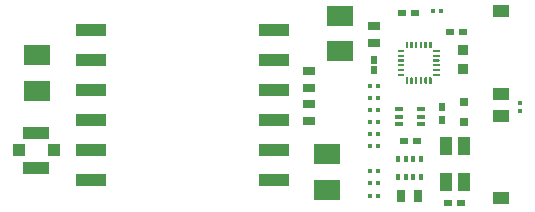
<source format=gbr>
G04 #@! TF.GenerationSoftware,KiCad,Pcbnew,(5.1.4)-1*
G04 #@! TF.CreationDate,2019-11-17T19:28:04+01:00*
G04 #@! TF.ProjectId,Open_Telemetry_digitalSensorShield,4f70656e-5f54-4656-9c65-6d657472795f,P1A - Prototype manuf.*
G04 #@! TF.SameCoordinates,Original*
G04 #@! TF.FileFunction,Paste,Top*
G04 #@! TF.FilePolarity,Positive*
%FSLAX46Y46*%
G04 Gerber Fmt 4.6, Leading zero omitted, Abs format (unit mm)*
G04 Created by KiCad (PCBNEW (5.1.4)-1) date 2019-11-17 19:28:04*
%MOMM*%
%LPD*%
G04 APERTURE LIST*
%ADD10R,1.400000X1.000000*%
%ADD11R,0.440000X0.420000*%
%ADD12R,0.350000X0.500000*%
%ADD13R,1.000000X1.000000*%
%ADD14R,2.200000X1.050000*%
%ADD15R,2.500000X1.000000*%
%ADD16R,0.750000X0.600000*%
%ADD17R,0.420000X0.440000*%
%ADD18R,0.600000X0.750000*%
%ADD19R,0.620000X0.650000*%
%ADD20R,2.250000X1.700000*%
%ADD21R,0.950000X0.850000*%
%ADD22R,0.800000X0.800000*%
%ADD23R,0.650000X0.400000*%
%ADD24C,0.100000*%
%ADD25C,0.200000*%
%ADD26R,0.780000X0.980000*%
%ADD27R,0.980000X0.780000*%
%ADD28R,1.100000X1.500000*%
G04 APERTURE END LIST*
D10*
X256214880Y-151269580D03*
X256214880Y-144269580D03*
X256214880Y-142407520D03*
X256214880Y-135407520D03*
D11*
X245840000Y-141800000D03*
X245160000Y-141800000D03*
D12*
X247525000Y-149500000D03*
X248175000Y-147900000D03*
X248825000Y-147900000D03*
X249475000Y-147900000D03*
X248175000Y-149500000D03*
X248825000Y-149500000D03*
X249475000Y-149500000D03*
X247525000Y-147900000D03*
D13*
X218416000Y-147218000D03*
X215416000Y-147218000D03*
D14*
X216916000Y-145743000D03*
X216916000Y-148693000D03*
D15*
X237039000Y-149758000D03*
X237039000Y-147218000D03*
X237039000Y-144678000D03*
X237039000Y-142138000D03*
X237039000Y-139598000D03*
X237039000Y-137058000D03*
X221539000Y-137058000D03*
X221539000Y-139598000D03*
X221539000Y-142138000D03*
X221539000Y-144678000D03*
X221539000Y-147218000D03*
X221539000Y-149758000D03*
D16*
X247870000Y-135560000D03*
X248970000Y-135560000D03*
X248047420Y-146390360D03*
X249147420Y-146390360D03*
D11*
X245840000Y-151050000D03*
X245160000Y-151050000D03*
D17*
X257840000Y-143870000D03*
X257840000Y-143190000D03*
D16*
X251770000Y-151700000D03*
X252870000Y-151700000D03*
D18*
X251250000Y-143550000D03*
X251250000Y-144650000D03*
D11*
X250490000Y-135370000D03*
X251170000Y-135370000D03*
X245160000Y-145800000D03*
X245840000Y-145800000D03*
X245160000Y-146800000D03*
X245840000Y-146800000D03*
X245160000Y-144800000D03*
X245840000Y-144800000D03*
X245160000Y-143800000D03*
X245840000Y-143800000D03*
X245160000Y-150000000D03*
X245840000Y-150000000D03*
D19*
X245500000Y-139560000D03*
X245500000Y-140440000D03*
D20*
X241500000Y-150530000D03*
X241500000Y-147530000D03*
X242600000Y-135800000D03*
X242600000Y-138800000D03*
X216967000Y-142165000D03*
X216967000Y-139165000D03*
D21*
X253060000Y-138748000D03*
X253060000Y-140348000D03*
D22*
X253086000Y-144767000D03*
X253086000Y-143117000D03*
D23*
X247580000Y-143710000D03*
X247580000Y-145010000D03*
X249480000Y-144360000D03*
X247580000Y-144360000D03*
X249480000Y-145010000D03*
X249480000Y-143710000D03*
D11*
X245840000Y-148950000D03*
X245160000Y-148950000D03*
X245160000Y-142800000D03*
X245840000Y-142800000D03*
D24*
G36*
X251005901Y-138702241D02*
G01*
X251010755Y-138702961D01*
X251015514Y-138704153D01*
X251020134Y-138705806D01*
X251024570Y-138707904D01*
X251028779Y-138710427D01*
X251032720Y-138713349D01*
X251036355Y-138716645D01*
X251039651Y-138720280D01*
X251042573Y-138724221D01*
X251045096Y-138728430D01*
X251047194Y-138732866D01*
X251048847Y-138737486D01*
X251050039Y-138742245D01*
X251050759Y-138747099D01*
X251051000Y-138752000D01*
X251051000Y-138852000D01*
X251050759Y-138856901D01*
X251050039Y-138861755D01*
X251048847Y-138866514D01*
X251047194Y-138871134D01*
X251045096Y-138875570D01*
X251042573Y-138879779D01*
X251039651Y-138883720D01*
X251036355Y-138887355D01*
X251032720Y-138890651D01*
X251028779Y-138893573D01*
X251024570Y-138896096D01*
X251020134Y-138898194D01*
X251015514Y-138899847D01*
X251010755Y-138901039D01*
X251005901Y-138901759D01*
X251001000Y-138902000D01*
X250551000Y-138902000D01*
X250546099Y-138901759D01*
X250541245Y-138901039D01*
X250536486Y-138899847D01*
X250531866Y-138898194D01*
X250527430Y-138896096D01*
X250523221Y-138893573D01*
X250519280Y-138890651D01*
X250515645Y-138887355D01*
X250512349Y-138883720D01*
X250509427Y-138879779D01*
X250506904Y-138875570D01*
X250504806Y-138871134D01*
X250503153Y-138866514D01*
X250501961Y-138861755D01*
X250501241Y-138856901D01*
X250501000Y-138852000D01*
X250501000Y-138752000D01*
X250501241Y-138747099D01*
X250501961Y-138742245D01*
X250503153Y-138737486D01*
X250504806Y-138732866D01*
X250506904Y-138728430D01*
X250509427Y-138724221D01*
X250512349Y-138720280D01*
X250515645Y-138716645D01*
X250519280Y-138713349D01*
X250523221Y-138710427D01*
X250527430Y-138707904D01*
X250531866Y-138705806D01*
X250536486Y-138704153D01*
X250541245Y-138702961D01*
X250546099Y-138702241D01*
X250551000Y-138702000D01*
X251001000Y-138702000D01*
X251005901Y-138702241D01*
X251005901Y-138702241D01*
G37*
D25*
X250776000Y-138802000D03*
D24*
G36*
X251005901Y-139102241D02*
G01*
X251010755Y-139102961D01*
X251015514Y-139104153D01*
X251020134Y-139105806D01*
X251024570Y-139107904D01*
X251028779Y-139110427D01*
X251032720Y-139113349D01*
X251036355Y-139116645D01*
X251039651Y-139120280D01*
X251042573Y-139124221D01*
X251045096Y-139128430D01*
X251047194Y-139132866D01*
X251048847Y-139137486D01*
X251050039Y-139142245D01*
X251050759Y-139147099D01*
X251051000Y-139152000D01*
X251051000Y-139252000D01*
X251050759Y-139256901D01*
X251050039Y-139261755D01*
X251048847Y-139266514D01*
X251047194Y-139271134D01*
X251045096Y-139275570D01*
X251042573Y-139279779D01*
X251039651Y-139283720D01*
X251036355Y-139287355D01*
X251032720Y-139290651D01*
X251028779Y-139293573D01*
X251024570Y-139296096D01*
X251020134Y-139298194D01*
X251015514Y-139299847D01*
X251010755Y-139301039D01*
X251005901Y-139301759D01*
X251001000Y-139302000D01*
X250551000Y-139302000D01*
X250546099Y-139301759D01*
X250541245Y-139301039D01*
X250536486Y-139299847D01*
X250531866Y-139298194D01*
X250527430Y-139296096D01*
X250523221Y-139293573D01*
X250519280Y-139290651D01*
X250515645Y-139287355D01*
X250512349Y-139283720D01*
X250509427Y-139279779D01*
X250506904Y-139275570D01*
X250504806Y-139271134D01*
X250503153Y-139266514D01*
X250501961Y-139261755D01*
X250501241Y-139256901D01*
X250501000Y-139252000D01*
X250501000Y-139152000D01*
X250501241Y-139147099D01*
X250501961Y-139142245D01*
X250503153Y-139137486D01*
X250504806Y-139132866D01*
X250506904Y-139128430D01*
X250509427Y-139124221D01*
X250512349Y-139120280D01*
X250515645Y-139116645D01*
X250519280Y-139113349D01*
X250523221Y-139110427D01*
X250527430Y-139107904D01*
X250531866Y-139105806D01*
X250536486Y-139104153D01*
X250541245Y-139102961D01*
X250546099Y-139102241D01*
X250551000Y-139102000D01*
X251001000Y-139102000D01*
X251005901Y-139102241D01*
X251005901Y-139102241D01*
G37*
D25*
X250776000Y-139202000D03*
D24*
G36*
X251005901Y-139502241D02*
G01*
X251010755Y-139502961D01*
X251015514Y-139504153D01*
X251020134Y-139505806D01*
X251024570Y-139507904D01*
X251028779Y-139510427D01*
X251032720Y-139513349D01*
X251036355Y-139516645D01*
X251039651Y-139520280D01*
X251042573Y-139524221D01*
X251045096Y-139528430D01*
X251047194Y-139532866D01*
X251048847Y-139537486D01*
X251050039Y-139542245D01*
X251050759Y-139547099D01*
X251051000Y-139552000D01*
X251051000Y-139652000D01*
X251050759Y-139656901D01*
X251050039Y-139661755D01*
X251048847Y-139666514D01*
X251047194Y-139671134D01*
X251045096Y-139675570D01*
X251042573Y-139679779D01*
X251039651Y-139683720D01*
X251036355Y-139687355D01*
X251032720Y-139690651D01*
X251028779Y-139693573D01*
X251024570Y-139696096D01*
X251020134Y-139698194D01*
X251015514Y-139699847D01*
X251010755Y-139701039D01*
X251005901Y-139701759D01*
X251001000Y-139702000D01*
X250551000Y-139702000D01*
X250546099Y-139701759D01*
X250541245Y-139701039D01*
X250536486Y-139699847D01*
X250531866Y-139698194D01*
X250527430Y-139696096D01*
X250523221Y-139693573D01*
X250519280Y-139690651D01*
X250515645Y-139687355D01*
X250512349Y-139683720D01*
X250509427Y-139679779D01*
X250506904Y-139675570D01*
X250504806Y-139671134D01*
X250503153Y-139666514D01*
X250501961Y-139661755D01*
X250501241Y-139656901D01*
X250501000Y-139652000D01*
X250501000Y-139552000D01*
X250501241Y-139547099D01*
X250501961Y-139542245D01*
X250503153Y-139537486D01*
X250504806Y-139532866D01*
X250506904Y-139528430D01*
X250509427Y-139524221D01*
X250512349Y-139520280D01*
X250515645Y-139516645D01*
X250519280Y-139513349D01*
X250523221Y-139510427D01*
X250527430Y-139507904D01*
X250531866Y-139505806D01*
X250536486Y-139504153D01*
X250541245Y-139502961D01*
X250546099Y-139502241D01*
X250551000Y-139502000D01*
X251001000Y-139502000D01*
X251005901Y-139502241D01*
X251005901Y-139502241D01*
G37*
D25*
X250776000Y-139602000D03*
D24*
G36*
X251005901Y-139902241D02*
G01*
X251010755Y-139902961D01*
X251015514Y-139904153D01*
X251020134Y-139905806D01*
X251024570Y-139907904D01*
X251028779Y-139910427D01*
X251032720Y-139913349D01*
X251036355Y-139916645D01*
X251039651Y-139920280D01*
X251042573Y-139924221D01*
X251045096Y-139928430D01*
X251047194Y-139932866D01*
X251048847Y-139937486D01*
X251050039Y-139942245D01*
X251050759Y-139947099D01*
X251051000Y-139952000D01*
X251051000Y-140052000D01*
X251050759Y-140056901D01*
X251050039Y-140061755D01*
X251048847Y-140066514D01*
X251047194Y-140071134D01*
X251045096Y-140075570D01*
X251042573Y-140079779D01*
X251039651Y-140083720D01*
X251036355Y-140087355D01*
X251032720Y-140090651D01*
X251028779Y-140093573D01*
X251024570Y-140096096D01*
X251020134Y-140098194D01*
X251015514Y-140099847D01*
X251010755Y-140101039D01*
X251005901Y-140101759D01*
X251001000Y-140102000D01*
X250551000Y-140102000D01*
X250546099Y-140101759D01*
X250541245Y-140101039D01*
X250536486Y-140099847D01*
X250531866Y-140098194D01*
X250527430Y-140096096D01*
X250523221Y-140093573D01*
X250519280Y-140090651D01*
X250515645Y-140087355D01*
X250512349Y-140083720D01*
X250509427Y-140079779D01*
X250506904Y-140075570D01*
X250504806Y-140071134D01*
X250503153Y-140066514D01*
X250501961Y-140061755D01*
X250501241Y-140056901D01*
X250501000Y-140052000D01*
X250501000Y-139952000D01*
X250501241Y-139947099D01*
X250501961Y-139942245D01*
X250503153Y-139937486D01*
X250504806Y-139932866D01*
X250506904Y-139928430D01*
X250509427Y-139924221D01*
X250512349Y-139920280D01*
X250515645Y-139916645D01*
X250519280Y-139913349D01*
X250523221Y-139910427D01*
X250527430Y-139907904D01*
X250531866Y-139905806D01*
X250536486Y-139904153D01*
X250541245Y-139902961D01*
X250546099Y-139902241D01*
X250551000Y-139902000D01*
X251001000Y-139902000D01*
X251005901Y-139902241D01*
X251005901Y-139902241D01*
G37*
D25*
X250776000Y-140002000D03*
D24*
G36*
X251005901Y-140302241D02*
G01*
X251010755Y-140302961D01*
X251015514Y-140304153D01*
X251020134Y-140305806D01*
X251024570Y-140307904D01*
X251028779Y-140310427D01*
X251032720Y-140313349D01*
X251036355Y-140316645D01*
X251039651Y-140320280D01*
X251042573Y-140324221D01*
X251045096Y-140328430D01*
X251047194Y-140332866D01*
X251048847Y-140337486D01*
X251050039Y-140342245D01*
X251050759Y-140347099D01*
X251051000Y-140352000D01*
X251051000Y-140452000D01*
X251050759Y-140456901D01*
X251050039Y-140461755D01*
X251048847Y-140466514D01*
X251047194Y-140471134D01*
X251045096Y-140475570D01*
X251042573Y-140479779D01*
X251039651Y-140483720D01*
X251036355Y-140487355D01*
X251032720Y-140490651D01*
X251028779Y-140493573D01*
X251024570Y-140496096D01*
X251020134Y-140498194D01*
X251015514Y-140499847D01*
X251010755Y-140501039D01*
X251005901Y-140501759D01*
X251001000Y-140502000D01*
X250551000Y-140502000D01*
X250546099Y-140501759D01*
X250541245Y-140501039D01*
X250536486Y-140499847D01*
X250531866Y-140498194D01*
X250527430Y-140496096D01*
X250523221Y-140493573D01*
X250519280Y-140490651D01*
X250515645Y-140487355D01*
X250512349Y-140483720D01*
X250509427Y-140479779D01*
X250506904Y-140475570D01*
X250504806Y-140471134D01*
X250503153Y-140466514D01*
X250501961Y-140461755D01*
X250501241Y-140456901D01*
X250501000Y-140452000D01*
X250501000Y-140352000D01*
X250501241Y-140347099D01*
X250501961Y-140342245D01*
X250503153Y-140337486D01*
X250504806Y-140332866D01*
X250506904Y-140328430D01*
X250509427Y-140324221D01*
X250512349Y-140320280D01*
X250515645Y-140316645D01*
X250519280Y-140313349D01*
X250523221Y-140310427D01*
X250527430Y-140307904D01*
X250531866Y-140305806D01*
X250536486Y-140304153D01*
X250541245Y-140302961D01*
X250546099Y-140302241D01*
X250551000Y-140302000D01*
X251001000Y-140302000D01*
X251005901Y-140302241D01*
X251005901Y-140302241D01*
G37*
D25*
X250776000Y-140402000D03*
D24*
G36*
X251005901Y-140702241D02*
G01*
X251010755Y-140702961D01*
X251015514Y-140704153D01*
X251020134Y-140705806D01*
X251024570Y-140707904D01*
X251028779Y-140710427D01*
X251032720Y-140713349D01*
X251036355Y-140716645D01*
X251039651Y-140720280D01*
X251042573Y-140724221D01*
X251045096Y-140728430D01*
X251047194Y-140732866D01*
X251048847Y-140737486D01*
X251050039Y-140742245D01*
X251050759Y-140747099D01*
X251051000Y-140752000D01*
X251051000Y-140852000D01*
X251050759Y-140856901D01*
X251050039Y-140861755D01*
X251048847Y-140866514D01*
X251047194Y-140871134D01*
X251045096Y-140875570D01*
X251042573Y-140879779D01*
X251039651Y-140883720D01*
X251036355Y-140887355D01*
X251032720Y-140890651D01*
X251028779Y-140893573D01*
X251024570Y-140896096D01*
X251020134Y-140898194D01*
X251015514Y-140899847D01*
X251010755Y-140901039D01*
X251005901Y-140901759D01*
X251001000Y-140902000D01*
X250551000Y-140902000D01*
X250546099Y-140901759D01*
X250541245Y-140901039D01*
X250536486Y-140899847D01*
X250531866Y-140898194D01*
X250527430Y-140896096D01*
X250523221Y-140893573D01*
X250519280Y-140890651D01*
X250515645Y-140887355D01*
X250512349Y-140883720D01*
X250509427Y-140879779D01*
X250506904Y-140875570D01*
X250504806Y-140871134D01*
X250503153Y-140866514D01*
X250501961Y-140861755D01*
X250501241Y-140856901D01*
X250501000Y-140852000D01*
X250501000Y-140752000D01*
X250501241Y-140747099D01*
X250501961Y-140742245D01*
X250503153Y-140737486D01*
X250504806Y-140732866D01*
X250506904Y-140728430D01*
X250509427Y-140724221D01*
X250512349Y-140720280D01*
X250515645Y-140716645D01*
X250519280Y-140713349D01*
X250523221Y-140710427D01*
X250527430Y-140707904D01*
X250531866Y-140705806D01*
X250536486Y-140704153D01*
X250541245Y-140702961D01*
X250546099Y-140702241D01*
X250551000Y-140702000D01*
X251001000Y-140702000D01*
X251005901Y-140702241D01*
X251005901Y-140702241D01*
G37*
D25*
X250776000Y-140802000D03*
D24*
G36*
X250330901Y-141027241D02*
G01*
X250335755Y-141027961D01*
X250340514Y-141029153D01*
X250345134Y-141030806D01*
X250349570Y-141032904D01*
X250353779Y-141035427D01*
X250357720Y-141038349D01*
X250361355Y-141041645D01*
X250364651Y-141045280D01*
X250367573Y-141049221D01*
X250370096Y-141053430D01*
X250372194Y-141057866D01*
X250373847Y-141062486D01*
X250375039Y-141067245D01*
X250375759Y-141072099D01*
X250376000Y-141077000D01*
X250376000Y-141527000D01*
X250375759Y-141531901D01*
X250375039Y-141536755D01*
X250373847Y-141541514D01*
X250372194Y-141546134D01*
X250370096Y-141550570D01*
X250367573Y-141554779D01*
X250364651Y-141558720D01*
X250361355Y-141562355D01*
X250357720Y-141565651D01*
X250353779Y-141568573D01*
X250349570Y-141571096D01*
X250345134Y-141573194D01*
X250340514Y-141574847D01*
X250335755Y-141576039D01*
X250330901Y-141576759D01*
X250326000Y-141577000D01*
X250226000Y-141577000D01*
X250221099Y-141576759D01*
X250216245Y-141576039D01*
X250211486Y-141574847D01*
X250206866Y-141573194D01*
X250202430Y-141571096D01*
X250198221Y-141568573D01*
X250194280Y-141565651D01*
X250190645Y-141562355D01*
X250187349Y-141558720D01*
X250184427Y-141554779D01*
X250181904Y-141550570D01*
X250179806Y-141546134D01*
X250178153Y-141541514D01*
X250176961Y-141536755D01*
X250176241Y-141531901D01*
X250176000Y-141527000D01*
X250176000Y-141077000D01*
X250176241Y-141072099D01*
X250176961Y-141067245D01*
X250178153Y-141062486D01*
X250179806Y-141057866D01*
X250181904Y-141053430D01*
X250184427Y-141049221D01*
X250187349Y-141045280D01*
X250190645Y-141041645D01*
X250194280Y-141038349D01*
X250198221Y-141035427D01*
X250202430Y-141032904D01*
X250206866Y-141030806D01*
X250211486Y-141029153D01*
X250216245Y-141027961D01*
X250221099Y-141027241D01*
X250226000Y-141027000D01*
X250326000Y-141027000D01*
X250330901Y-141027241D01*
X250330901Y-141027241D01*
G37*
D25*
X250276000Y-141302000D03*
D24*
G36*
X249930901Y-141027241D02*
G01*
X249935755Y-141027961D01*
X249940514Y-141029153D01*
X249945134Y-141030806D01*
X249949570Y-141032904D01*
X249953779Y-141035427D01*
X249957720Y-141038349D01*
X249961355Y-141041645D01*
X249964651Y-141045280D01*
X249967573Y-141049221D01*
X249970096Y-141053430D01*
X249972194Y-141057866D01*
X249973847Y-141062486D01*
X249975039Y-141067245D01*
X249975759Y-141072099D01*
X249976000Y-141077000D01*
X249976000Y-141527000D01*
X249975759Y-141531901D01*
X249975039Y-141536755D01*
X249973847Y-141541514D01*
X249972194Y-141546134D01*
X249970096Y-141550570D01*
X249967573Y-141554779D01*
X249964651Y-141558720D01*
X249961355Y-141562355D01*
X249957720Y-141565651D01*
X249953779Y-141568573D01*
X249949570Y-141571096D01*
X249945134Y-141573194D01*
X249940514Y-141574847D01*
X249935755Y-141576039D01*
X249930901Y-141576759D01*
X249926000Y-141577000D01*
X249826000Y-141577000D01*
X249821099Y-141576759D01*
X249816245Y-141576039D01*
X249811486Y-141574847D01*
X249806866Y-141573194D01*
X249802430Y-141571096D01*
X249798221Y-141568573D01*
X249794280Y-141565651D01*
X249790645Y-141562355D01*
X249787349Y-141558720D01*
X249784427Y-141554779D01*
X249781904Y-141550570D01*
X249779806Y-141546134D01*
X249778153Y-141541514D01*
X249776961Y-141536755D01*
X249776241Y-141531901D01*
X249776000Y-141527000D01*
X249776000Y-141077000D01*
X249776241Y-141072099D01*
X249776961Y-141067245D01*
X249778153Y-141062486D01*
X249779806Y-141057866D01*
X249781904Y-141053430D01*
X249784427Y-141049221D01*
X249787349Y-141045280D01*
X249790645Y-141041645D01*
X249794280Y-141038349D01*
X249798221Y-141035427D01*
X249802430Y-141032904D01*
X249806866Y-141030806D01*
X249811486Y-141029153D01*
X249816245Y-141027961D01*
X249821099Y-141027241D01*
X249826000Y-141027000D01*
X249926000Y-141027000D01*
X249930901Y-141027241D01*
X249930901Y-141027241D01*
G37*
D25*
X249876000Y-141302000D03*
D24*
G36*
X249530901Y-141027241D02*
G01*
X249535755Y-141027961D01*
X249540514Y-141029153D01*
X249545134Y-141030806D01*
X249549570Y-141032904D01*
X249553779Y-141035427D01*
X249557720Y-141038349D01*
X249561355Y-141041645D01*
X249564651Y-141045280D01*
X249567573Y-141049221D01*
X249570096Y-141053430D01*
X249572194Y-141057866D01*
X249573847Y-141062486D01*
X249575039Y-141067245D01*
X249575759Y-141072099D01*
X249576000Y-141077000D01*
X249576000Y-141527000D01*
X249575759Y-141531901D01*
X249575039Y-141536755D01*
X249573847Y-141541514D01*
X249572194Y-141546134D01*
X249570096Y-141550570D01*
X249567573Y-141554779D01*
X249564651Y-141558720D01*
X249561355Y-141562355D01*
X249557720Y-141565651D01*
X249553779Y-141568573D01*
X249549570Y-141571096D01*
X249545134Y-141573194D01*
X249540514Y-141574847D01*
X249535755Y-141576039D01*
X249530901Y-141576759D01*
X249526000Y-141577000D01*
X249426000Y-141577000D01*
X249421099Y-141576759D01*
X249416245Y-141576039D01*
X249411486Y-141574847D01*
X249406866Y-141573194D01*
X249402430Y-141571096D01*
X249398221Y-141568573D01*
X249394280Y-141565651D01*
X249390645Y-141562355D01*
X249387349Y-141558720D01*
X249384427Y-141554779D01*
X249381904Y-141550570D01*
X249379806Y-141546134D01*
X249378153Y-141541514D01*
X249376961Y-141536755D01*
X249376241Y-141531901D01*
X249376000Y-141527000D01*
X249376000Y-141077000D01*
X249376241Y-141072099D01*
X249376961Y-141067245D01*
X249378153Y-141062486D01*
X249379806Y-141057866D01*
X249381904Y-141053430D01*
X249384427Y-141049221D01*
X249387349Y-141045280D01*
X249390645Y-141041645D01*
X249394280Y-141038349D01*
X249398221Y-141035427D01*
X249402430Y-141032904D01*
X249406866Y-141030806D01*
X249411486Y-141029153D01*
X249416245Y-141027961D01*
X249421099Y-141027241D01*
X249426000Y-141027000D01*
X249526000Y-141027000D01*
X249530901Y-141027241D01*
X249530901Y-141027241D01*
G37*
D25*
X249476000Y-141302000D03*
D24*
G36*
X249130901Y-141027241D02*
G01*
X249135755Y-141027961D01*
X249140514Y-141029153D01*
X249145134Y-141030806D01*
X249149570Y-141032904D01*
X249153779Y-141035427D01*
X249157720Y-141038349D01*
X249161355Y-141041645D01*
X249164651Y-141045280D01*
X249167573Y-141049221D01*
X249170096Y-141053430D01*
X249172194Y-141057866D01*
X249173847Y-141062486D01*
X249175039Y-141067245D01*
X249175759Y-141072099D01*
X249176000Y-141077000D01*
X249176000Y-141527000D01*
X249175759Y-141531901D01*
X249175039Y-141536755D01*
X249173847Y-141541514D01*
X249172194Y-141546134D01*
X249170096Y-141550570D01*
X249167573Y-141554779D01*
X249164651Y-141558720D01*
X249161355Y-141562355D01*
X249157720Y-141565651D01*
X249153779Y-141568573D01*
X249149570Y-141571096D01*
X249145134Y-141573194D01*
X249140514Y-141574847D01*
X249135755Y-141576039D01*
X249130901Y-141576759D01*
X249126000Y-141577000D01*
X249026000Y-141577000D01*
X249021099Y-141576759D01*
X249016245Y-141576039D01*
X249011486Y-141574847D01*
X249006866Y-141573194D01*
X249002430Y-141571096D01*
X248998221Y-141568573D01*
X248994280Y-141565651D01*
X248990645Y-141562355D01*
X248987349Y-141558720D01*
X248984427Y-141554779D01*
X248981904Y-141550570D01*
X248979806Y-141546134D01*
X248978153Y-141541514D01*
X248976961Y-141536755D01*
X248976241Y-141531901D01*
X248976000Y-141527000D01*
X248976000Y-141077000D01*
X248976241Y-141072099D01*
X248976961Y-141067245D01*
X248978153Y-141062486D01*
X248979806Y-141057866D01*
X248981904Y-141053430D01*
X248984427Y-141049221D01*
X248987349Y-141045280D01*
X248990645Y-141041645D01*
X248994280Y-141038349D01*
X248998221Y-141035427D01*
X249002430Y-141032904D01*
X249006866Y-141030806D01*
X249011486Y-141029153D01*
X249016245Y-141027961D01*
X249021099Y-141027241D01*
X249026000Y-141027000D01*
X249126000Y-141027000D01*
X249130901Y-141027241D01*
X249130901Y-141027241D01*
G37*
D25*
X249076000Y-141302000D03*
D24*
G36*
X248730901Y-141027241D02*
G01*
X248735755Y-141027961D01*
X248740514Y-141029153D01*
X248745134Y-141030806D01*
X248749570Y-141032904D01*
X248753779Y-141035427D01*
X248757720Y-141038349D01*
X248761355Y-141041645D01*
X248764651Y-141045280D01*
X248767573Y-141049221D01*
X248770096Y-141053430D01*
X248772194Y-141057866D01*
X248773847Y-141062486D01*
X248775039Y-141067245D01*
X248775759Y-141072099D01*
X248776000Y-141077000D01*
X248776000Y-141527000D01*
X248775759Y-141531901D01*
X248775039Y-141536755D01*
X248773847Y-141541514D01*
X248772194Y-141546134D01*
X248770096Y-141550570D01*
X248767573Y-141554779D01*
X248764651Y-141558720D01*
X248761355Y-141562355D01*
X248757720Y-141565651D01*
X248753779Y-141568573D01*
X248749570Y-141571096D01*
X248745134Y-141573194D01*
X248740514Y-141574847D01*
X248735755Y-141576039D01*
X248730901Y-141576759D01*
X248726000Y-141577000D01*
X248626000Y-141577000D01*
X248621099Y-141576759D01*
X248616245Y-141576039D01*
X248611486Y-141574847D01*
X248606866Y-141573194D01*
X248602430Y-141571096D01*
X248598221Y-141568573D01*
X248594280Y-141565651D01*
X248590645Y-141562355D01*
X248587349Y-141558720D01*
X248584427Y-141554779D01*
X248581904Y-141550570D01*
X248579806Y-141546134D01*
X248578153Y-141541514D01*
X248576961Y-141536755D01*
X248576241Y-141531901D01*
X248576000Y-141527000D01*
X248576000Y-141077000D01*
X248576241Y-141072099D01*
X248576961Y-141067245D01*
X248578153Y-141062486D01*
X248579806Y-141057866D01*
X248581904Y-141053430D01*
X248584427Y-141049221D01*
X248587349Y-141045280D01*
X248590645Y-141041645D01*
X248594280Y-141038349D01*
X248598221Y-141035427D01*
X248602430Y-141032904D01*
X248606866Y-141030806D01*
X248611486Y-141029153D01*
X248616245Y-141027961D01*
X248621099Y-141027241D01*
X248626000Y-141027000D01*
X248726000Y-141027000D01*
X248730901Y-141027241D01*
X248730901Y-141027241D01*
G37*
D25*
X248676000Y-141302000D03*
D24*
G36*
X248330901Y-141027241D02*
G01*
X248335755Y-141027961D01*
X248340514Y-141029153D01*
X248345134Y-141030806D01*
X248349570Y-141032904D01*
X248353779Y-141035427D01*
X248357720Y-141038349D01*
X248361355Y-141041645D01*
X248364651Y-141045280D01*
X248367573Y-141049221D01*
X248370096Y-141053430D01*
X248372194Y-141057866D01*
X248373847Y-141062486D01*
X248375039Y-141067245D01*
X248375759Y-141072099D01*
X248376000Y-141077000D01*
X248376000Y-141527000D01*
X248375759Y-141531901D01*
X248375039Y-141536755D01*
X248373847Y-141541514D01*
X248372194Y-141546134D01*
X248370096Y-141550570D01*
X248367573Y-141554779D01*
X248364651Y-141558720D01*
X248361355Y-141562355D01*
X248357720Y-141565651D01*
X248353779Y-141568573D01*
X248349570Y-141571096D01*
X248345134Y-141573194D01*
X248340514Y-141574847D01*
X248335755Y-141576039D01*
X248330901Y-141576759D01*
X248326000Y-141577000D01*
X248226000Y-141577000D01*
X248221099Y-141576759D01*
X248216245Y-141576039D01*
X248211486Y-141574847D01*
X248206866Y-141573194D01*
X248202430Y-141571096D01*
X248198221Y-141568573D01*
X248194280Y-141565651D01*
X248190645Y-141562355D01*
X248187349Y-141558720D01*
X248184427Y-141554779D01*
X248181904Y-141550570D01*
X248179806Y-141546134D01*
X248178153Y-141541514D01*
X248176961Y-141536755D01*
X248176241Y-141531901D01*
X248176000Y-141527000D01*
X248176000Y-141077000D01*
X248176241Y-141072099D01*
X248176961Y-141067245D01*
X248178153Y-141062486D01*
X248179806Y-141057866D01*
X248181904Y-141053430D01*
X248184427Y-141049221D01*
X248187349Y-141045280D01*
X248190645Y-141041645D01*
X248194280Y-141038349D01*
X248198221Y-141035427D01*
X248202430Y-141032904D01*
X248206866Y-141030806D01*
X248211486Y-141029153D01*
X248216245Y-141027961D01*
X248221099Y-141027241D01*
X248226000Y-141027000D01*
X248326000Y-141027000D01*
X248330901Y-141027241D01*
X248330901Y-141027241D01*
G37*
D25*
X248276000Y-141302000D03*
D24*
G36*
X248005901Y-140702241D02*
G01*
X248010755Y-140702961D01*
X248015514Y-140704153D01*
X248020134Y-140705806D01*
X248024570Y-140707904D01*
X248028779Y-140710427D01*
X248032720Y-140713349D01*
X248036355Y-140716645D01*
X248039651Y-140720280D01*
X248042573Y-140724221D01*
X248045096Y-140728430D01*
X248047194Y-140732866D01*
X248048847Y-140737486D01*
X248050039Y-140742245D01*
X248050759Y-140747099D01*
X248051000Y-140752000D01*
X248051000Y-140852000D01*
X248050759Y-140856901D01*
X248050039Y-140861755D01*
X248048847Y-140866514D01*
X248047194Y-140871134D01*
X248045096Y-140875570D01*
X248042573Y-140879779D01*
X248039651Y-140883720D01*
X248036355Y-140887355D01*
X248032720Y-140890651D01*
X248028779Y-140893573D01*
X248024570Y-140896096D01*
X248020134Y-140898194D01*
X248015514Y-140899847D01*
X248010755Y-140901039D01*
X248005901Y-140901759D01*
X248001000Y-140902000D01*
X247551000Y-140902000D01*
X247546099Y-140901759D01*
X247541245Y-140901039D01*
X247536486Y-140899847D01*
X247531866Y-140898194D01*
X247527430Y-140896096D01*
X247523221Y-140893573D01*
X247519280Y-140890651D01*
X247515645Y-140887355D01*
X247512349Y-140883720D01*
X247509427Y-140879779D01*
X247506904Y-140875570D01*
X247504806Y-140871134D01*
X247503153Y-140866514D01*
X247501961Y-140861755D01*
X247501241Y-140856901D01*
X247501000Y-140852000D01*
X247501000Y-140752000D01*
X247501241Y-140747099D01*
X247501961Y-140742245D01*
X247503153Y-140737486D01*
X247504806Y-140732866D01*
X247506904Y-140728430D01*
X247509427Y-140724221D01*
X247512349Y-140720280D01*
X247515645Y-140716645D01*
X247519280Y-140713349D01*
X247523221Y-140710427D01*
X247527430Y-140707904D01*
X247531866Y-140705806D01*
X247536486Y-140704153D01*
X247541245Y-140702961D01*
X247546099Y-140702241D01*
X247551000Y-140702000D01*
X248001000Y-140702000D01*
X248005901Y-140702241D01*
X248005901Y-140702241D01*
G37*
D25*
X247776000Y-140802000D03*
D24*
G36*
X248005901Y-140302241D02*
G01*
X248010755Y-140302961D01*
X248015514Y-140304153D01*
X248020134Y-140305806D01*
X248024570Y-140307904D01*
X248028779Y-140310427D01*
X248032720Y-140313349D01*
X248036355Y-140316645D01*
X248039651Y-140320280D01*
X248042573Y-140324221D01*
X248045096Y-140328430D01*
X248047194Y-140332866D01*
X248048847Y-140337486D01*
X248050039Y-140342245D01*
X248050759Y-140347099D01*
X248051000Y-140352000D01*
X248051000Y-140452000D01*
X248050759Y-140456901D01*
X248050039Y-140461755D01*
X248048847Y-140466514D01*
X248047194Y-140471134D01*
X248045096Y-140475570D01*
X248042573Y-140479779D01*
X248039651Y-140483720D01*
X248036355Y-140487355D01*
X248032720Y-140490651D01*
X248028779Y-140493573D01*
X248024570Y-140496096D01*
X248020134Y-140498194D01*
X248015514Y-140499847D01*
X248010755Y-140501039D01*
X248005901Y-140501759D01*
X248001000Y-140502000D01*
X247551000Y-140502000D01*
X247546099Y-140501759D01*
X247541245Y-140501039D01*
X247536486Y-140499847D01*
X247531866Y-140498194D01*
X247527430Y-140496096D01*
X247523221Y-140493573D01*
X247519280Y-140490651D01*
X247515645Y-140487355D01*
X247512349Y-140483720D01*
X247509427Y-140479779D01*
X247506904Y-140475570D01*
X247504806Y-140471134D01*
X247503153Y-140466514D01*
X247501961Y-140461755D01*
X247501241Y-140456901D01*
X247501000Y-140452000D01*
X247501000Y-140352000D01*
X247501241Y-140347099D01*
X247501961Y-140342245D01*
X247503153Y-140337486D01*
X247504806Y-140332866D01*
X247506904Y-140328430D01*
X247509427Y-140324221D01*
X247512349Y-140320280D01*
X247515645Y-140316645D01*
X247519280Y-140313349D01*
X247523221Y-140310427D01*
X247527430Y-140307904D01*
X247531866Y-140305806D01*
X247536486Y-140304153D01*
X247541245Y-140302961D01*
X247546099Y-140302241D01*
X247551000Y-140302000D01*
X248001000Y-140302000D01*
X248005901Y-140302241D01*
X248005901Y-140302241D01*
G37*
D25*
X247776000Y-140402000D03*
D24*
G36*
X248005901Y-139902241D02*
G01*
X248010755Y-139902961D01*
X248015514Y-139904153D01*
X248020134Y-139905806D01*
X248024570Y-139907904D01*
X248028779Y-139910427D01*
X248032720Y-139913349D01*
X248036355Y-139916645D01*
X248039651Y-139920280D01*
X248042573Y-139924221D01*
X248045096Y-139928430D01*
X248047194Y-139932866D01*
X248048847Y-139937486D01*
X248050039Y-139942245D01*
X248050759Y-139947099D01*
X248051000Y-139952000D01*
X248051000Y-140052000D01*
X248050759Y-140056901D01*
X248050039Y-140061755D01*
X248048847Y-140066514D01*
X248047194Y-140071134D01*
X248045096Y-140075570D01*
X248042573Y-140079779D01*
X248039651Y-140083720D01*
X248036355Y-140087355D01*
X248032720Y-140090651D01*
X248028779Y-140093573D01*
X248024570Y-140096096D01*
X248020134Y-140098194D01*
X248015514Y-140099847D01*
X248010755Y-140101039D01*
X248005901Y-140101759D01*
X248001000Y-140102000D01*
X247551000Y-140102000D01*
X247546099Y-140101759D01*
X247541245Y-140101039D01*
X247536486Y-140099847D01*
X247531866Y-140098194D01*
X247527430Y-140096096D01*
X247523221Y-140093573D01*
X247519280Y-140090651D01*
X247515645Y-140087355D01*
X247512349Y-140083720D01*
X247509427Y-140079779D01*
X247506904Y-140075570D01*
X247504806Y-140071134D01*
X247503153Y-140066514D01*
X247501961Y-140061755D01*
X247501241Y-140056901D01*
X247501000Y-140052000D01*
X247501000Y-139952000D01*
X247501241Y-139947099D01*
X247501961Y-139942245D01*
X247503153Y-139937486D01*
X247504806Y-139932866D01*
X247506904Y-139928430D01*
X247509427Y-139924221D01*
X247512349Y-139920280D01*
X247515645Y-139916645D01*
X247519280Y-139913349D01*
X247523221Y-139910427D01*
X247527430Y-139907904D01*
X247531866Y-139905806D01*
X247536486Y-139904153D01*
X247541245Y-139902961D01*
X247546099Y-139902241D01*
X247551000Y-139902000D01*
X248001000Y-139902000D01*
X248005901Y-139902241D01*
X248005901Y-139902241D01*
G37*
D25*
X247776000Y-140002000D03*
D24*
G36*
X248005901Y-139502241D02*
G01*
X248010755Y-139502961D01*
X248015514Y-139504153D01*
X248020134Y-139505806D01*
X248024570Y-139507904D01*
X248028779Y-139510427D01*
X248032720Y-139513349D01*
X248036355Y-139516645D01*
X248039651Y-139520280D01*
X248042573Y-139524221D01*
X248045096Y-139528430D01*
X248047194Y-139532866D01*
X248048847Y-139537486D01*
X248050039Y-139542245D01*
X248050759Y-139547099D01*
X248051000Y-139552000D01*
X248051000Y-139652000D01*
X248050759Y-139656901D01*
X248050039Y-139661755D01*
X248048847Y-139666514D01*
X248047194Y-139671134D01*
X248045096Y-139675570D01*
X248042573Y-139679779D01*
X248039651Y-139683720D01*
X248036355Y-139687355D01*
X248032720Y-139690651D01*
X248028779Y-139693573D01*
X248024570Y-139696096D01*
X248020134Y-139698194D01*
X248015514Y-139699847D01*
X248010755Y-139701039D01*
X248005901Y-139701759D01*
X248001000Y-139702000D01*
X247551000Y-139702000D01*
X247546099Y-139701759D01*
X247541245Y-139701039D01*
X247536486Y-139699847D01*
X247531866Y-139698194D01*
X247527430Y-139696096D01*
X247523221Y-139693573D01*
X247519280Y-139690651D01*
X247515645Y-139687355D01*
X247512349Y-139683720D01*
X247509427Y-139679779D01*
X247506904Y-139675570D01*
X247504806Y-139671134D01*
X247503153Y-139666514D01*
X247501961Y-139661755D01*
X247501241Y-139656901D01*
X247501000Y-139652000D01*
X247501000Y-139552000D01*
X247501241Y-139547099D01*
X247501961Y-139542245D01*
X247503153Y-139537486D01*
X247504806Y-139532866D01*
X247506904Y-139528430D01*
X247509427Y-139524221D01*
X247512349Y-139520280D01*
X247515645Y-139516645D01*
X247519280Y-139513349D01*
X247523221Y-139510427D01*
X247527430Y-139507904D01*
X247531866Y-139505806D01*
X247536486Y-139504153D01*
X247541245Y-139502961D01*
X247546099Y-139502241D01*
X247551000Y-139502000D01*
X248001000Y-139502000D01*
X248005901Y-139502241D01*
X248005901Y-139502241D01*
G37*
D25*
X247776000Y-139602000D03*
D24*
G36*
X248005901Y-139102241D02*
G01*
X248010755Y-139102961D01*
X248015514Y-139104153D01*
X248020134Y-139105806D01*
X248024570Y-139107904D01*
X248028779Y-139110427D01*
X248032720Y-139113349D01*
X248036355Y-139116645D01*
X248039651Y-139120280D01*
X248042573Y-139124221D01*
X248045096Y-139128430D01*
X248047194Y-139132866D01*
X248048847Y-139137486D01*
X248050039Y-139142245D01*
X248050759Y-139147099D01*
X248051000Y-139152000D01*
X248051000Y-139252000D01*
X248050759Y-139256901D01*
X248050039Y-139261755D01*
X248048847Y-139266514D01*
X248047194Y-139271134D01*
X248045096Y-139275570D01*
X248042573Y-139279779D01*
X248039651Y-139283720D01*
X248036355Y-139287355D01*
X248032720Y-139290651D01*
X248028779Y-139293573D01*
X248024570Y-139296096D01*
X248020134Y-139298194D01*
X248015514Y-139299847D01*
X248010755Y-139301039D01*
X248005901Y-139301759D01*
X248001000Y-139302000D01*
X247551000Y-139302000D01*
X247546099Y-139301759D01*
X247541245Y-139301039D01*
X247536486Y-139299847D01*
X247531866Y-139298194D01*
X247527430Y-139296096D01*
X247523221Y-139293573D01*
X247519280Y-139290651D01*
X247515645Y-139287355D01*
X247512349Y-139283720D01*
X247509427Y-139279779D01*
X247506904Y-139275570D01*
X247504806Y-139271134D01*
X247503153Y-139266514D01*
X247501961Y-139261755D01*
X247501241Y-139256901D01*
X247501000Y-139252000D01*
X247501000Y-139152000D01*
X247501241Y-139147099D01*
X247501961Y-139142245D01*
X247503153Y-139137486D01*
X247504806Y-139132866D01*
X247506904Y-139128430D01*
X247509427Y-139124221D01*
X247512349Y-139120280D01*
X247515645Y-139116645D01*
X247519280Y-139113349D01*
X247523221Y-139110427D01*
X247527430Y-139107904D01*
X247531866Y-139105806D01*
X247536486Y-139104153D01*
X247541245Y-139102961D01*
X247546099Y-139102241D01*
X247551000Y-139102000D01*
X248001000Y-139102000D01*
X248005901Y-139102241D01*
X248005901Y-139102241D01*
G37*
D25*
X247776000Y-139202000D03*
D24*
G36*
X248005901Y-138702241D02*
G01*
X248010755Y-138702961D01*
X248015514Y-138704153D01*
X248020134Y-138705806D01*
X248024570Y-138707904D01*
X248028779Y-138710427D01*
X248032720Y-138713349D01*
X248036355Y-138716645D01*
X248039651Y-138720280D01*
X248042573Y-138724221D01*
X248045096Y-138728430D01*
X248047194Y-138732866D01*
X248048847Y-138737486D01*
X248050039Y-138742245D01*
X248050759Y-138747099D01*
X248051000Y-138752000D01*
X248051000Y-138852000D01*
X248050759Y-138856901D01*
X248050039Y-138861755D01*
X248048847Y-138866514D01*
X248047194Y-138871134D01*
X248045096Y-138875570D01*
X248042573Y-138879779D01*
X248039651Y-138883720D01*
X248036355Y-138887355D01*
X248032720Y-138890651D01*
X248028779Y-138893573D01*
X248024570Y-138896096D01*
X248020134Y-138898194D01*
X248015514Y-138899847D01*
X248010755Y-138901039D01*
X248005901Y-138901759D01*
X248001000Y-138902000D01*
X247551000Y-138902000D01*
X247546099Y-138901759D01*
X247541245Y-138901039D01*
X247536486Y-138899847D01*
X247531866Y-138898194D01*
X247527430Y-138896096D01*
X247523221Y-138893573D01*
X247519280Y-138890651D01*
X247515645Y-138887355D01*
X247512349Y-138883720D01*
X247509427Y-138879779D01*
X247506904Y-138875570D01*
X247504806Y-138871134D01*
X247503153Y-138866514D01*
X247501961Y-138861755D01*
X247501241Y-138856901D01*
X247501000Y-138852000D01*
X247501000Y-138752000D01*
X247501241Y-138747099D01*
X247501961Y-138742245D01*
X247503153Y-138737486D01*
X247504806Y-138732866D01*
X247506904Y-138728430D01*
X247509427Y-138724221D01*
X247512349Y-138720280D01*
X247515645Y-138716645D01*
X247519280Y-138713349D01*
X247523221Y-138710427D01*
X247527430Y-138707904D01*
X247531866Y-138705806D01*
X247536486Y-138704153D01*
X247541245Y-138702961D01*
X247546099Y-138702241D01*
X247551000Y-138702000D01*
X248001000Y-138702000D01*
X248005901Y-138702241D01*
X248005901Y-138702241D01*
G37*
D25*
X247776000Y-138802000D03*
D24*
G36*
X248330901Y-138027241D02*
G01*
X248335755Y-138027961D01*
X248340514Y-138029153D01*
X248345134Y-138030806D01*
X248349570Y-138032904D01*
X248353779Y-138035427D01*
X248357720Y-138038349D01*
X248361355Y-138041645D01*
X248364651Y-138045280D01*
X248367573Y-138049221D01*
X248370096Y-138053430D01*
X248372194Y-138057866D01*
X248373847Y-138062486D01*
X248375039Y-138067245D01*
X248375759Y-138072099D01*
X248376000Y-138077000D01*
X248376000Y-138527000D01*
X248375759Y-138531901D01*
X248375039Y-138536755D01*
X248373847Y-138541514D01*
X248372194Y-138546134D01*
X248370096Y-138550570D01*
X248367573Y-138554779D01*
X248364651Y-138558720D01*
X248361355Y-138562355D01*
X248357720Y-138565651D01*
X248353779Y-138568573D01*
X248349570Y-138571096D01*
X248345134Y-138573194D01*
X248340514Y-138574847D01*
X248335755Y-138576039D01*
X248330901Y-138576759D01*
X248326000Y-138577000D01*
X248226000Y-138577000D01*
X248221099Y-138576759D01*
X248216245Y-138576039D01*
X248211486Y-138574847D01*
X248206866Y-138573194D01*
X248202430Y-138571096D01*
X248198221Y-138568573D01*
X248194280Y-138565651D01*
X248190645Y-138562355D01*
X248187349Y-138558720D01*
X248184427Y-138554779D01*
X248181904Y-138550570D01*
X248179806Y-138546134D01*
X248178153Y-138541514D01*
X248176961Y-138536755D01*
X248176241Y-138531901D01*
X248176000Y-138527000D01*
X248176000Y-138077000D01*
X248176241Y-138072099D01*
X248176961Y-138067245D01*
X248178153Y-138062486D01*
X248179806Y-138057866D01*
X248181904Y-138053430D01*
X248184427Y-138049221D01*
X248187349Y-138045280D01*
X248190645Y-138041645D01*
X248194280Y-138038349D01*
X248198221Y-138035427D01*
X248202430Y-138032904D01*
X248206866Y-138030806D01*
X248211486Y-138029153D01*
X248216245Y-138027961D01*
X248221099Y-138027241D01*
X248226000Y-138027000D01*
X248326000Y-138027000D01*
X248330901Y-138027241D01*
X248330901Y-138027241D01*
G37*
D25*
X248276000Y-138302000D03*
D24*
G36*
X248730901Y-138027241D02*
G01*
X248735755Y-138027961D01*
X248740514Y-138029153D01*
X248745134Y-138030806D01*
X248749570Y-138032904D01*
X248753779Y-138035427D01*
X248757720Y-138038349D01*
X248761355Y-138041645D01*
X248764651Y-138045280D01*
X248767573Y-138049221D01*
X248770096Y-138053430D01*
X248772194Y-138057866D01*
X248773847Y-138062486D01*
X248775039Y-138067245D01*
X248775759Y-138072099D01*
X248776000Y-138077000D01*
X248776000Y-138527000D01*
X248775759Y-138531901D01*
X248775039Y-138536755D01*
X248773847Y-138541514D01*
X248772194Y-138546134D01*
X248770096Y-138550570D01*
X248767573Y-138554779D01*
X248764651Y-138558720D01*
X248761355Y-138562355D01*
X248757720Y-138565651D01*
X248753779Y-138568573D01*
X248749570Y-138571096D01*
X248745134Y-138573194D01*
X248740514Y-138574847D01*
X248735755Y-138576039D01*
X248730901Y-138576759D01*
X248726000Y-138577000D01*
X248626000Y-138577000D01*
X248621099Y-138576759D01*
X248616245Y-138576039D01*
X248611486Y-138574847D01*
X248606866Y-138573194D01*
X248602430Y-138571096D01*
X248598221Y-138568573D01*
X248594280Y-138565651D01*
X248590645Y-138562355D01*
X248587349Y-138558720D01*
X248584427Y-138554779D01*
X248581904Y-138550570D01*
X248579806Y-138546134D01*
X248578153Y-138541514D01*
X248576961Y-138536755D01*
X248576241Y-138531901D01*
X248576000Y-138527000D01*
X248576000Y-138077000D01*
X248576241Y-138072099D01*
X248576961Y-138067245D01*
X248578153Y-138062486D01*
X248579806Y-138057866D01*
X248581904Y-138053430D01*
X248584427Y-138049221D01*
X248587349Y-138045280D01*
X248590645Y-138041645D01*
X248594280Y-138038349D01*
X248598221Y-138035427D01*
X248602430Y-138032904D01*
X248606866Y-138030806D01*
X248611486Y-138029153D01*
X248616245Y-138027961D01*
X248621099Y-138027241D01*
X248626000Y-138027000D01*
X248726000Y-138027000D01*
X248730901Y-138027241D01*
X248730901Y-138027241D01*
G37*
D25*
X248676000Y-138302000D03*
D24*
G36*
X249130901Y-138027241D02*
G01*
X249135755Y-138027961D01*
X249140514Y-138029153D01*
X249145134Y-138030806D01*
X249149570Y-138032904D01*
X249153779Y-138035427D01*
X249157720Y-138038349D01*
X249161355Y-138041645D01*
X249164651Y-138045280D01*
X249167573Y-138049221D01*
X249170096Y-138053430D01*
X249172194Y-138057866D01*
X249173847Y-138062486D01*
X249175039Y-138067245D01*
X249175759Y-138072099D01*
X249176000Y-138077000D01*
X249176000Y-138527000D01*
X249175759Y-138531901D01*
X249175039Y-138536755D01*
X249173847Y-138541514D01*
X249172194Y-138546134D01*
X249170096Y-138550570D01*
X249167573Y-138554779D01*
X249164651Y-138558720D01*
X249161355Y-138562355D01*
X249157720Y-138565651D01*
X249153779Y-138568573D01*
X249149570Y-138571096D01*
X249145134Y-138573194D01*
X249140514Y-138574847D01*
X249135755Y-138576039D01*
X249130901Y-138576759D01*
X249126000Y-138577000D01*
X249026000Y-138577000D01*
X249021099Y-138576759D01*
X249016245Y-138576039D01*
X249011486Y-138574847D01*
X249006866Y-138573194D01*
X249002430Y-138571096D01*
X248998221Y-138568573D01*
X248994280Y-138565651D01*
X248990645Y-138562355D01*
X248987349Y-138558720D01*
X248984427Y-138554779D01*
X248981904Y-138550570D01*
X248979806Y-138546134D01*
X248978153Y-138541514D01*
X248976961Y-138536755D01*
X248976241Y-138531901D01*
X248976000Y-138527000D01*
X248976000Y-138077000D01*
X248976241Y-138072099D01*
X248976961Y-138067245D01*
X248978153Y-138062486D01*
X248979806Y-138057866D01*
X248981904Y-138053430D01*
X248984427Y-138049221D01*
X248987349Y-138045280D01*
X248990645Y-138041645D01*
X248994280Y-138038349D01*
X248998221Y-138035427D01*
X249002430Y-138032904D01*
X249006866Y-138030806D01*
X249011486Y-138029153D01*
X249016245Y-138027961D01*
X249021099Y-138027241D01*
X249026000Y-138027000D01*
X249126000Y-138027000D01*
X249130901Y-138027241D01*
X249130901Y-138027241D01*
G37*
D25*
X249076000Y-138302000D03*
D24*
G36*
X249530901Y-138027241D02*
G01*
X249535755Y-138027961D01*
X249540514Y-138029153D01*
X249545134Y-138030806D01*
X249549570Y-138032904D01*
X249553779Y-138035427D01*
X249557720Y-138038349D01*
X249561355Y-138041645D01*
X249564651Y-138045280D01*
X249567573Y-138049221D01*
X249570096Y-138053430D01*
X249572194Y-138057866D01*
X249573847Y-138062486D01*
X249575039Y-138067245D01*
X249575759Y-138072099D01*
X249576000Y-138077000D01*
X249576000Y-138527000D01*
X249575759Y-138531901D01*
X249575039Y-138536755D01*
X249573847Y-138541514D01*
X249572194Y-138546134D01*
X249570096Y-138550570D01*
X249567573Y-138554779D01*
X249564651Y-138558720D01*
X249561355Y-138562355D01*
X249557720Y-138565651D01*
X249553779Y-138568573D01*
X249549570Y-138571096D01*
X249545134Y-138573194D01*
X249540514Y-138574847D01*
X249535755Y-138576039D01*
X249530901Y-138576759D01*
X249526000Y-138577000D01*
X249426000Y-138577000D01*
X249421099Y-138576759D01*
X249416245Y-138576039D01*
X249411486Y-138574847D01*
X249406866Y-138573194D01*
X249402430Y-138571096D01*
X249398221Y-138568573D01*
X249394280Y-138565651D01*
X249390645Y-138562355D01*
X249387349Y-138558720D01*
X249384427Y-138554779D01*
X249381904Y-138550570D01*
X249379806Y-138546134D01*
X249378153Y-138541514D01*
X249376961Y-138536755D01*
X249376241Y-138531901D01*
X249376000Y-138527000D01*
X249376000Y-138077000D01*
X249376241Y-138072099D01*
X249376961Y-138067245D01*
X249378153Y-138062486D01*
X249379806Y-138057866D01*
X249381904Y-138053430D01*
X249384427Y-138049221D01*
X249387349Y-138045280D01*
X249390645Y-138041645D01*
X249394280Y-138038349D01*
X249398221Y-138035427D01*
X249402430Y-138032904D01*
X249406866Y-138030806D01*
X249411486Y-138029153D01*
X249416245Y-138027961D01*
X249421099Y-138027241D01*
X249426000Y-138027000D01*
X249526000Y-138027000D01*
X249530901Y-138027241D01*
X249530901Y-138027241D01*
G37*
D25*
X249476000Y-138302000D03*
D24*
G36*
X249930901Y-138027241D02*
G01*
X249935755Y-138027961D01*
X249940514Y-138029153D01*
X249945134Y-138030806D01*
X249949570Y-138032904D01*
X249953779Y-138035427D01*
X249957720Y-138038349D01*
X249961355Y-138041645D01*
X249964651Y-138045280D01*
X249967573Y-138049221D01*
X249970096Y-138053430D01*
X249972194Y-138057866D01*
X249973847Y-138062486D01*
X249975039Y-138067245D01*
X249975759Y-138072099D01*
X249976000Y-138077000D01*
X249976000Y-138527000D01*
X249975759Y-138531901D01*
X249975039Y-138536755D01*
X249973847Y-138541514D01*
X249972194Y-138546134D01*
X249970096Y-138550570D01*
X249967573Y-138554779D01*
X249964651Y-138558720D01*
X249961355Y-138562355D01*
X249957720Y-138565651D01*
X249953779Y-138568573D01*
X249949570Y-138571096D01*
X249945134Y-138573194D01*
X249940514Y-138574847D01*
X249935755Y-138576039D01*
X249930901Y-138576759D01*
X249926000Y-138577000D01*
X249826000Y-138577000D01*
X249821099Y-138576759D01*
X249816245Y-138576039D01*
X249811486Y-138574847D01*
X249806866Y-138573194D01*
X249802430Y-138571096D01*
X249798221Y-138568573D01*
X249794280Y-138565651D01*
X249790645Y-138562355D01*
X249787349Y-138558720D01*
X249784427Y-138554779D01*
X249781904Y-138550570D01*
X249779806Y-138546134D01*
X249778153Y-138541514D01*
X249776961Y-138536755D01*
X249776241Y-138531901D01*
X249776000Y-138527000D01*
X249776000Y-138077000D01*
X249776241Y-138072099D01*
X249776961Y-138067245D01*
X249778153Y-138062486D01*
X249779806Y-138057866D01*
X249781904Y-138053430D01*
X249784427Y-138049221D01*
X249787349Y-138045280D01*
X249790645Y-138041645D01*
X249794280Y-138038349D01*
X249798221Y-138035427D01*
X249802430Y-138032904D01*
X249806866Y-138030806D01*
X249811486Y-138029153D01*
X249816245Y-138027961D01*
X249821099Y-138027241D01*
X249826000Y-138027000D01*
X249926000Y-138027000D01*
X249930901Y-138027241D01*
X249930901Y-138027241D01*
G37*
D25*
X249876000Y-138302000D03*
D24*
G36*
X250330901Y-138027241D02*
G01*
X250335755Y-138027961D01*
X250340514Y-138029153D01*
X250345134Y-138030806D01*
X250349570Y-138032904D01*
X250353779Y-138035427D01*
X250357720Y-138038349D01*
X250361355Y-138041645D01*
X250364651Y-138045280D01*
X250367573Y-138049221D01*
X250370096Y-138053430D01*
X250372194Y-138057866D01*
X250373847Y-138062486D01*
X250375039Y-138067245D01*
X250375759Y-138072099D01*
X250376000Y-138077000D01*
X250376000Y-138527000D01*
X250375759Y-138531901D01*
X250375039Y-138536755D01*
X250373847Y-138541514D01*
X250372194Y-138546134D01*
X250370096Y-138550570D01*
X250367573Y-138554779D01*
X250364651Y-138558720D01*
X250361355Y-138562355D01*
X250357720Y-138565651D01*
X250353779Y-138568573D01*
X250349570Y-138571096D01*
X250345134Y-138573194D01*
X250340514Y-138574847D01*
X250335755Y-138576039D01*
X250330901Y-138576759D01*
X250326000Y-138577000D01*
X250226000Y-138577000D01*
X250221099Y-138576759D01*
X250216245Y-138576039D01*
X250211486Y-138574847D01*
X250206866Y-138573194D01*
X250202430Y-138571096D01*
X250198221Y-138568573D01*
X250194280Y-138565651D01*
X250190645Y-138562355D01*
X250187349Y-138558720D01*
X250184427Y-138554779D01*
X250181904Y-138550570D01*
X250179806Y-138546134D01*
X250178153Y-138541514D01*
X250176961Y-138536755D01*
X250176241Y-138531901D01*
X250176000Y-138527000D01*
X250176000Y-138077000D01*
X250176241Y-138072099D01*
X250176961Y-138067245D01*
X250178153Y-138062486D01*
X250179806Y-138057866D01*
X250181904Y-138053430D01*
X250184427Y-138049221D01*
X250187349Y-138045280D01*
X250190645Y-138041645D01*
X250194280Y-138038349D01*
X250198221Y-138035427D01*
X250202430Y-138032904D01*
X250206866Y-138030806D01*
X250211486Y-138029153D01*
X250216245Y-138027961D01*
X250221099Y-138027241D01*
X250226000Y-138027000D01*
X250326000Y-138027000D01*
X250330901Y-138027241D01*
X250330901Y-138027241D01*
G37*
D25*
X250276000Y-138302000D03*
D26*
X247790000Y-151100000D03*
X249190000Y-151100000D03*
D27*
X245500000Y-138100000D03*
X245500000Y-136700000D03*
X240000000Y-140500000D03*
X240000000Y-141900000D03*
X240000000Y-144700000D03*
X240000000Y-143300000D03*
D28*
X251590000Y-146880000D03*
X251590000Y-149880000D03*
X253090000Y-149880000D03*
X253090000Y-146880000D03*
D16*
X253000000Y-137150000D03*
X251900000Y-137150000D03*
M02*

</source>
